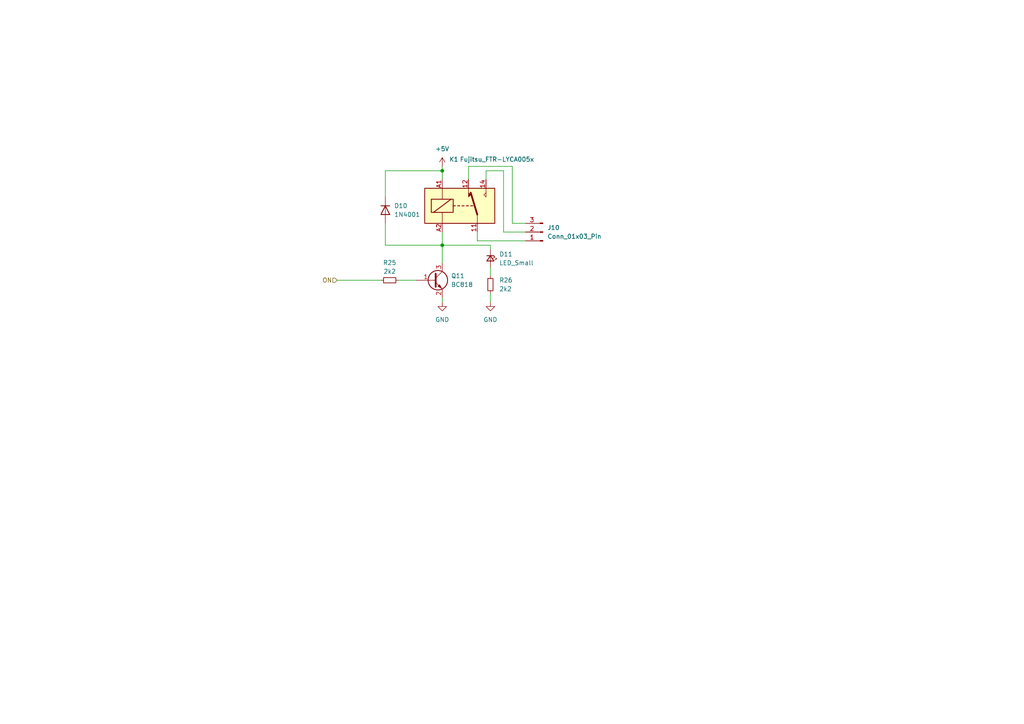
<source format=kicad_sch>
(kicad_sch (version 20231120) (generator "eeschema") (generator_version "8.0")
  (paper "A4")
  (lib_symbols
    (symbol "Connector:Conn_01x03_Pin" (pin_names (offset 1.016) hide)
      (property "Reference" "J" (at 0 5.08 0))
      (property "Value" "Conn_01x03_Pin" (at 0 -5.08 0))
      (symbol "Conn_01x03_Pin_1_1"
        (polyline (pts (xy 1.27 -2.54) (xy 0.8636 -2.54)) (stroke (width 0.1524)))
        (polyline (pts (xy 1.27 0) (xy 0.8636 0)) (stroke (width 0.1524)))
        (polyline (pts (xy 1.27 2.54) (xy 0.8636 2.54)) (stroke (width 0.1524)))
        (rectangle (start 0.8636 -2.413) (end 0 -2.667) (stroke (width 0.1524)) (fill (type outline)))
        (rectangle (start 0.8636 0.127) (end 0 -0.127) (stroke (width 0.1524)) (fill (type outline)))
        (rectangle (start 0.8636 2.667) (end 0 2.413) (stroke (width 0.1524)) (fill (type outline)))
        (pin passive line (at 5.08 2.54 180) (length 3.81) (name "Pin_1") (number "1"))
        (pin passive line (at 5.08 0 180) (length 3.81) (name "Pin_2") (number "2"))
        (pin passive line (at 5.08 -2.54 180) (length 3.81) (name "Pin_3") (number "3"))
      )
    )
    (symbol "Device:LED_Small" (pin_numbers hide) (pin_names (offset 0.254) hide)
      (property "Reference" "D" (at -1.27 3.175 0))
      (property "Value" "LED_Small" (at -4.445 -2.54 0))
      (symbol "LED_Small_0_1"
        (polyline (pts (xy -0.762 -1.016) (xy -0.762 1.016)) (stroke (width 0.254)))
        (polyline (pts (xy 1.016 0) (xy -0.762 0)))
        (polyline (pts (xy 0.762 -1.016) (xy -0.762 0) (xy 0.762 1.016) (xy 0.762 -1.016)) (stroke (width 0.254)))
        (polyline (pts (xy 0 0.762) (xy -0.508 1.27) (xy -0.254 1.27) (xy -0.508 1.27) (xy -0.508 1.016)))
        (polyline (pts (xy 0.508 1.27) (xy 0 1.778) (xy 0.254 1.778) (xy 0 1.778) (xy 0 1.524)))
      )
      (symbol "LED_Small_1_1"
        (pin passive line (at -2.54 0 0) (length 1.778) (name "K") (number "1"))
        (pin passive line (at 2.54 0 180) (length 1.778) (name "A") (number "2"))
      )
    )
    (symbol "Device:R_Small" (pin_numbers hide) (pin_names (offset 0.254) hide)
      (property "Reference" "R" (at 0.762 0.508 0))
      (property "Value" "R_Small" (at 0.762 -1.016 0))
      (symbol "R_Small_0_1"
        (rectangle (start -0.762 1.778) (end 0.762 -1.778) (stroke (width 0.2032)))
      )
      (symbol "R_Small_1_1"
        (pin passive line (at 0 2.54 270) (length 0.762) (name "~") (number "1"))
        (pin passive line (at 0 -2.54 90) (length 0.762) (name "~") (number "2"))
      )
    )
    (symbol "Diode:1N4001" (pin_numbers hide) (pin_names hide)
      (property "Reference" "D" (at 0 2.54 0))
      (property "Value" "1N4001" (at 0 -2.54 0))
      (symbol "1N4001_0_1"
        (polyline (pts (xy -1.27 1.27) (xy -1.27 -1.27)) (stroke (width 0.254)))
        (polyline (pts (xy 1.27 0) (xy -1.27 0)))
        (polyline (pts (xy 1.27 1.27) (xy 1.27 -1.27) (xy -1.27 0) (xy 1.27 1.27)) (stroke (width 0.254)))
      )
      (symbol "1N4001_1_1"
        (pin passive line (at -3.81 0 0) (length 2.54) (name "K") (number "1"))
        (pin passive line (at 3.81 0 180) (length 2.54) (name "A") (number "2"))
      )
    )
    (symbol "Relay:Fujitsu_FTR-LYCA005x"
      (property "Reference" "K" (at 11.43 3.81 0))
      (property "Value" "Fujitsu_FTR-LYCA005x" (at 11.43 1.27 0))
      (symbol "Fujitsu_FTR-LYCA005x_0_0"
        (polyline (pts (xy 7.62 5.08) (xy 7.62 2.54) (xy 6.985 3.175) (xy 7.62 3.81)))
      )
      (symbol "Fujitsu_FTR-LYCA005x_0_1"
        (rectangle (start -10.16 5.08) (end 10.16 -5.08) (stroke (width 0.254)) (fill (type background)))
        (rectangle (start -8.255 1.905) (end -1.905 -1.905) (stroke (width 0.254)))
        (polyline (pts (xy -7.62 -1.905) (xy -2.54 1.905)) (stroke (width 0.254)))
        (polyline (pts (xy -5.08 -5.08) (xy -5.08 -1.905)))
        (polyline (pts (xy -5.08 5.08) (xy -5.08 1.905)))
        (polyline (pts (xy -1.905 0) (xy -1.27 0)) (stroke (width 0.254)))
        (polyline (pts (xy -0.635 0) (xy 0 0)) (stroke (width 0.254)))
        (polyline (pts (xy 0.635 0) (xy 1.27 0)) (stroke (width 0.254)))
        (polyline (pts (xy 1.905 0) (xy 2.54 0)) (stroke (width 0.254)))
        (polyline (pts (xy 3.175 0) (xy 3.81 0)) (stroke (width 0.254)))
        (polyline (pts (xy 5.08 -2.54) (xy 3.175 3.81)) (stroke (width 0.508)))
        (polyline (pts (xy 5.08 -2.54) (xy 5.08 -5.08)))
        (polyline (pts (xy 2.54 5.08) (xy 2.54 2.54) (xy 3.175 3.175) (xy 2.54 3.81)) (fill (type outline)))
      )
      (symbol "Fujitsu_FTR-LYCA005x_1_1"
        (pin passive line (at 5.08 -7.62 90) (length 2.54) (name "~") (number "11"))
        (pin passive line (at 2.54 7.62 270) (length 2.54) (name "~") (number "12"))
        (pin passive line (at 7.62 7.62 270) (length 2.54) (name "~") (number "14"))
        (pin passive line (at -5.08 7.62 270) (length 2.54) (name "~") (number "A1"))
        (pin passive line (at -5.08 -7.62 90) (length 2.54) (name "~") (number "A2"))
      )
    )
    (symbol "Transistor_BJT:BC818" (pin_names (offset 0) hide)
      (property "Reference" "Q" (at 5.08 1.905 0))
      (property "Value" "BC818" (at 5.08 0 0))
      (symbol "BC818_0_1"
        (polyline (pts (xy 0.635 0.635) (xy 2.54 2.54)))
        (polyline (pts (xy 0.635 -0.635) (xy 2.54 -2.54) (xy 2.54 -2.54)))
        (polyline (pts (xy 0.635 1.905) (xy 0.635 -1.905) (xy 0.635 -1.905)) (stroke (width 0.508)))
        (polyline (pts (xy 1.27 -1.778) (xy 1.778 -1.27) (xy 2.286 -2.286) (xy 1.27 -1.778) (xy 1.27 -1.778)) (fill (type outline)))
        (circle (center 1.27 0) (radius 2.8194) (stroke (width 0.254)))
      )
      (symbol "BC818_1_1"
        (pin input line (at -5.08 0 0) (length 5.715) (name "B") (number "1"))
        (pin passive line (at 2.54 -5.08 90) (length 2.54) (name "E") (number "2"))
        (pin passive line (at 2.54 5.08 270) (length 2.54) (name "C") (number "3"))
      )
    )
    (symbol "power:+5V" (power) (pin_numbers hide) (pin_names (offset 0) hide)
      (property "Value" "+5V" (at 0 3.556 0))
      (symbol "+5V_0_1"
        (polyline (pts (xy -0.762 1.27) (xy 0 2.54)))
        (polyline (pts (xy 0 0) (xy 0 2.54)))
        (polyline (pts (xy 0 2.54) (xy 0.762 1.27)))
      )
      (symbol "+5V_1_1"
        (pin power_in line (at 0 0 90) (length 0) (name "~") (number "1"))
      )
    )
    (symbol "power:GND" (power) (pin_names (offset 0))
      (property "Value" "GND" (at 0 -3.81 0))
      (symbol "GND_0_1"
        (polyline (pts (xy 0 0) (xy 0 -1.27) (xy 1.27 -1.27) (xy 0 -2.54) (xy -1.27 -1.27) (xy 0 -1.27)))
      )
      (symbol "GND_1_1"
        (pin power_in line (at 0 0 270) (length 0) hide (name "GND") (number "1"))
      )
    )
  )
  (junction (at 128.27 49.53))
  (junction (at 128.27 71.12))
  (wire (pts (xy 111.76 71.12) (xy 111.76 64.77)))
  (wire (pts (xy 142.24 77.47) (xy 142.24 80.01)))
  (wire (pts (xy 142.24 85.09) (xy 142.24 87.63)))
  (wire (pts (xy 146.05 67.31) (xy 152.4 67.31)))
  (wire (pts (xy 140.97 52.07) (xy 140.97 49.53)))
  (wire (pts (xy 138.43 69.85) (xy 138.43 67.31)))
  (wire (pts (xy 128.27 71.12) (xy 111.76 71.12)))
  (wire (pts (xy 128.27 67.31) (xy 128.27 71.12)))
  (wire (pts (xy 115.57 81.28) (xy 120.65 81.28)))
  (wire (pts (xy 152.4 64.77) (xy 148.59 64.77)))
  (wire (pts (xy 148.59 64.77) (xy 148.59 48.26)))
  (wire (pts (xy 138.43 69.85) (xy 152.4 69.85)))
  (wire (pts (xy 142.24 71.12) (xy 142.24 72.39)))
  (wire (pts (xy 128.27 48.26) (xy 128.27 49.53)))
  (wire (pts (xy 128.27 71.12) (xy 142.24 71.12)))
  (wire (pts (xy 128.27 71.12) (xy 128.27 76.2)))
  (wire (pts (xy 140.97 49.53) (xy 146.05 49.53)))
  (wire (pts (xy 128.27 49.53) (xy 111.76 49.53)))
  (wire (pts (xy 97.79 81.28) (xy 110.49 81.28)))
  (wire (pts (xy 111.76 49.53) (xy 111.76 57.15)))
  (wire (pts (xy 148.59 48.26) (xy 135.89 48.26)))
  (wire (pts (xy 128.27 86.36) (xy 128.27 87.63)))
  (wire (pts (xy 135.89 48.26) (xy 135.89 52.07)))
  (wire (pts (xy 146.05 49.53) (xy 146.05 67.31)))
  (wire (pts (xy 128.27 49.53) (xy 128.27 52.07)))
  (hierarchical_label "ON" (shape input) (at 97.79 81.28 180))
  (symbol (lib_id "power:GND") (at 142.24 87.63 0) (unit 1)
    (property "Reference" "#PWR077" (effects (hide yes)))
    (property "Value" "GND" (at 142.24 92.71 0))
  )
  (symbol (lib_id "Device:LED_Small") (at 142.24 74.93 270) (unit 1)
    (property "Reference" "D11" (at 144.78 73.7234 90) (effects (justify left)))
    (property "Value" "LED_Small" (at 144.78 76.2634 90) (effects (justify left)))
    (property "Description" "Light emitting diode, small symbol" (effects (hide yes)))
  )
  (symbol (lib_id "Transistor_BJT:BC818") (at 125.73 81.28 0) (unit 1)
    (property "Reference" "Q11" (at 130.81 80.01 0) (effects (justify left)))
    (property "Value" "BC818" (at 130.81 82.55 0) (effects (justify left)))
    (property "Footprint" "Package_TO_SOT_SMD:SOT-23" (effects (hide yes)))
    (property "Datasheet" "https://www.onsemi.com/pub/Collateral/BC818-D.pdf" (effects (hide yes)))
  )
  (symbol (lib_id "Device:R_Small") (at 113.03 81.28 90) (unit 1)
    (property "Reference" "R25" (at 113.03 76.2 90))
    (property "Value" "2k2" (at 113.03 78.74 90))
    (property "Description" "Resistor, small symbol" (effects (hide yes)))
  )
  (symbol (lib_id "power:+5V") (at 128.27 48.26 0) (unit 1)
    (property "Reference" "#PWR075" (effects (hide yes)))
    (property "Value" "+5V" (at 128.27 43.18 0))
    (property "Description" "Power symbol creates a global label with name \"+5V\"" (effects (hide yes)))
  )
  (symbol (lib_id "Relay:Fujitsu_FTR-LYCA005x") (at 133.35 59.69 0) (unit 1)
    (property "Reference" "K1" (at 130.302 46.228 0) (effects (justify left)))
    (property "Value" "Fujitsu_FTR-LYCA005x" (at 133.35 46.228 0) (effects (justify left)))
    (property "Footprint" "Relay_THT:Relay_SPDT_Fujitsu_FTR-LYCA005x_FormC_Vertical" (effects (hide yes)))
    (property "Datasheet" "https://www.fujitsu.com/sg/imagesgig5/ftr-ly.pdf" (effects (hide yes)))
    (property "Description" "Relay, SPDT Form C, vertical mount, 5-60V coil, 6A, 250VAC, 28 x 5 x 15mm" (effects (hide yes)))
  )
  (symbol (lib_id "Device:R_Small") (at 142.24 82.55 180) (unit 1)
    (property "Reference" "R26" (at 144.78 81.2799 0) (effects (justify right)))
    (property "Value" "2k2" (at 144.78 83.8199 0) (effects (justify right)))
    (property "Description" "Resistor, small symbol" (effects (hide yes)))
  )
  (symbol (lib_id "Connector:Conn_01x03_Pin") (at 157.48 67.31 180) (unit 1)
    (property "Reference" "J10" (at 158.75 66.0399 0) (effects (justify right)))
    (property "Value" "Conn_01x03_Pin" (at 158.75 68.5799 0) (effects (justify right)))
    (property "Description" "Generic connector, single row, 01x03, script generated" (effects (hide yes)))
  )
  (symbol (lib_id "Diode:1N4001") (at 111.76 60.96 270) (unit 1)
    (property "Reference" "D10" (at 114.3 59.6899 90) (effects (justify left)))
    (property "Value" "1N4001" (at 114.3 62.2299 90) (effects (justify left)))
    (property "Footprint" "Diode_THT:D_DO-41_SOD81_P10.16mm_Horizontal" (effects (hide yes)))
    (property "Datasheet" "http://www.vishay.com/docs/88503/1n4001.pdf" (effects (hide yes)))
    (property "Description" "50V 1A General Purpose Rectifier Diode, DO-41" (effects (hide yes)))
    (property "Sim.Device" "D" (effects (hide yes)))
    (property "Sim.Pins" "1=K 2=A" (effects (hide yes)))
  )
  (symbol (lib_id "power:GND") (at 128.27 87.63 0) (unit 1)
    (property "Reference" "#PWR076" (effects (hide yes)))
    (property "Value" "GND" (at 128.27 92.71 0))
  )
)
</source>
